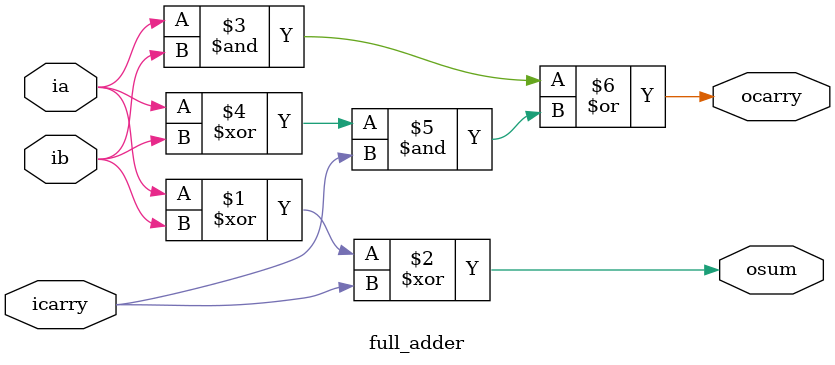
<source format=v>
`timescale 1ns / 1ps


module full_adder(
    input wire ia, ib, icarry,
    output wire osum, ocarry
    );

    assign osum = (ia ^ ib) ^ icarry;
    assign ocarry = ia & ib | (ia ^ ib) & icarry;

endmodule

</source>
